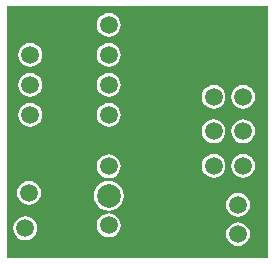
<source format=gbl>
%FSLAX25Y25*%
%MOIN*%
G70*
G01*
G75*
G04 Layer_Physical_Order=2*
G04 Layer_Color=16711680*
%ADD10C,0.07874*%
%ADD11R,0.05315X0.03150*%
%ADD12C,0.03000*%
%ADD13C,0.05906*%
G36*
X187008Y100394D02*
X100000D01*
Y184153D01*
X187008D01*
Y100394D01*
D02*
G37*
%LPC*%
G36*
X134031Y134830D02*
X133000Y134694D01*
X132038Y134296D01*
X131212Y133662D01*
X130579Y132837D01*
X130181Y131875D01*
X130045Y130843D01*
X130181Y129811D01*
X130579Y128850D01*
X131212Y128024D01*
X132038Y127390D01*
X133000Y126992D01*
X134031Y126856D01*
X135063Y126992D01*
X136025Y127390D01*
X136851Y128024D01*
X137484Y128850D01*
X137882Y129811D01*
X138018Y130843D01*
X137882Y131875D01*
X137484Y132837D01*
X136851Y133662D01*
X136025Y134296D01*
X135063Y134694D01*
X134031Y134830D01*
D02*
G37*
G36*
X107500Y125987D02*
X106468Y125851D01*
X105507Y125453D01*
X104681Y124819D01*
X104047Y123993D01*
X103649Y123032D01*
X103513Y122000D01*
X103649Y120968D01*
X104047Y120007D01*
X104681Y119181D01*
X105507Y118547D01*
X106468Y118149D01*
X107500Y118013D01*
X108532Y118149D01*
X109493Y118547D01*
X110319Y119181D01*
X110953Y120007D01*
X111351Y120968D01*
X111487Y122000D01*
X111351Y123032D01*
X110953Y123993D01*
X110319Y124819D01*
X109493Y125453D01*
X108532Y125851D01*
X107500Y125987D01*
D02*
G37*
G36*
X178842Y134987D02*
X177811Y134851D01*
X176849Y134453D01*
X176023Y133819D01*
X175390Y132993D01*
X174992Y132032D01*
X174856Y131000D01*
X174992Y129968D01*
X175390Y129007D01*
X176023Y128181D01*
X176849Y127547D01*
X177811Y127149D01*
X178842Y127013D01*
X179874Y127149D01*
X180836Y127547D01*
X181662Y128181D01*
X182295Y129007D01*
X182694Y129968D01*
X182829Y131000D01*
X182694Y132032D01*
X182295Y132993D01*
X181662Y133819D01*
X180836Y134453D01*
X179874Y134851D01*
X178842Y134987D01*
D02*
G37*
G36*
X169000D02*
X167968Y134851D01*
X167007Y134453D01*
X166181Y133819D01*
X165547Y132993D01*
X165149Y132032D01*
X165013Y131000D01*
X165149Y129968D01*
X165547Y129007D01*
X166181Y128181D01*
X167007Y127547D01*
X167968Y127149D01*
X169000Y127013D01*
X170032Y127149D01*
X170993Y127547D01*
X171819Y128181D01*
X172453Y129007D01*
X172851Y129968D01*
X172987Y131000D01*
X172851Y132032D01*
X172453Y132993D01*
X171819Y133819D01*
X170993Y134453D01*
X170032Y134851D01*
X169000Y134987D01*
D02*
G37*
G36*
X134031Y125980D02*
X132743Y125810D01*
X131542Y125312D01*
X130510Y124521D01*
X129719Y123490D01*
X129222Y122289D01*
X129052Y121000D01*
X129222Y119711D01*
X129719Y118510D01*
X130510Y117479D01*
X131542Y116688D01*
X132743Y116190D01*
X134031Y116020D01*
X135320Y116190D01*
X136521Y116688D01*
X137553Y117479D01*
X138344Y118510D01*
X138841Y119711D01*
X139011Y121000D01*
X138841Y122289D01*
X138344Y123490D01*
X137553Y124521D01*
X136521Y125312D01*
X135320Y125810D01*
X134031Y125980D01*
D02*
G37*
G36*
X106299Y114223D02*
X105267Y114087D01*
X104306Y113689D01*
X103480Y113055D01*
X102847Y112230D01*
X102448Y111268D01*
X102312Y110236D01*
X102448Y109204D01*
X102847Y108243D01*
X103480Y107417D01*
X104306Y106783D01*
X105267Y106385D01*
X106299Y106249D01*
X107331Y106385D01*
X108293Y106783D01*
X109118Y107417D01*
X109752Y108243D01*
X110150Y109204D01*
X110286Y110236D01*
X110150Y111268D01*
X109752Y112230D01*
X109118Y113055D01*
X108293Y113689D01*
X107331Y114087D01*
X106299Y114223D01*
D02*
G37*
G36*
X177165Y112255D02*
X176134Y112119D01*
X175172Y111720D01*
X174346Y111087D01*
X173713Y110261D01*
X173314Y109300D01*
X173179Y108268D01*
X173314Y107236D01*
X173713Y106274D01*
X174346Y105449D01*
X175172Y104815D01*
X176134Y104417D01*
X177165Y104281D01*
X178197Y104417D01*
X179159Y104815D01*
X179984Y105449D01*
X180618Y106274D01*
X181016Y107236D01*
X181152Y108268D01*
X181016Y109300D01*
X180618Y110261D01*
X179984Y111087D01*
X179159Y111720D01*
X178197Y112119D01*
X177165Y112255D01*
D02*
G37*
G36*
Y122097D02*
X176134Y121961D01*
X175172Y121563D01*
X174346Y120929D01*
X173713Y120104D01*
X173314Y119142D01*
X173179Y118110D01*
X173314Y117078D01*
X173713Y116117D01*
X174346Y115291D01*
X175172Y114657D01*
X176134Y114259D01*
X177165Y114123D01*
X178197Y114259D01*
X179159Y114657D01*
X179984Y115291D01*
X180618Y116117D01*
X181016Y117078D01*
X181152Y118110D01*
X181016Y119142D01*
X180618Y120104D01*
X179984Y120929D01*
X179159Y121563D01*
X178197Y121961D01*
X177165Y122097D01*
D02*
G37*
G36*
X134031Y115144D02*
X133000Y115008D01*
X132038Y114610D01*
X131212Y113977D01*
X130579Y113151D01*
X130181Y112189D01*
X130045Y111158D01*
X130181Y110126D01*
X130579Y109164D01*
X131212Y108338D01*
X132038Y107705D01*
X133000Y107307D01*
X134031Y107171D01*
X135063Y107307D01*
X136025Y107705D01*
X136851Y108338D01*
X137484Y109164D01*
X137882Y110126D01*
X138018Y111158D01*
X137882Y112189D01*
X137484Y113151D01*
X136851Y113977D01*
X136025Y114610D01*
X135063Y115008D01*
X134031Y115144D01*
D02*
G37*
G36*
X169000Y146487D02*
X167968Y146351D01*
X167007Y145953D01*
X166181Y145319D01*
X165547Y144493D01*
X165149Y143532D01*
X165013Y142500D01*
X165149Y141468D01*
X165547Y140507D01*
X166181Y139681D01*
X167007Y139047D01*
X167968Y138649D01*
X169000Y138513D01*
X170032Y138649D01*
X170993Y139047D01*
X171819Y139681D01*
X172453Y140507D01*
X172851Y141468D01*
X172987Y142500D01*
X172851Y143532D01*
X172453Y144493D01*
X171819Y145319D01*
X170993Y145953D01*
X170032Y146351D01*
X169000Y146487D01*
D02*
G37*
G36*
X134031Y161987D02*
X133000Y161851D01*
X132038Y161453D01*
X131212Y160819D01*
X130579Y159993D01*
X130181Y159032D01*
X130045Y158000D01*
X130181Y156968D01*
X130579Y156007D01*
X131212Y155181D01*
X132038Y154547D01*
X133000Y154149D01*
X134031Y154013D01*
X135063Y154149D01*
X136025Y154547D01*
X136851Y155181D01*
X137484Y156007D01*
X137882Y156968D01*
X138018Y158000D01*
X137882Y159032D01*
X137484Y159993D01*
X136851Y160819D01*
X136025Y161453D01*
X135063Y161851D01*
X134031Y161987D01*
D02*
G37*
G36*
X107968D02*
X106937Y161851D01*
X105975Y161453D01*
X105149Y160819D01*
X104516Y159993D01*
X104118Y159032D01*
X103982Y158000D01*
X104118Y156968D01*
X104516Y156007D01*
X105149Y155181D01*
X105975Y154547D01*
X106937Y154149D01*
X107968Y154013D01*
X109000Y154149D01*
X109962Y154547D01*
X110788Y155181D01*
X111421Y156007D01*
X111820Y156968D01*
X111955Y158000D01*
X111820Y159032D01*
X111421Y159993D01*
X110788Y160819D01*
X109962Y161453D01*
X109000Y161851D01*
X107968Y161987D01*
D02*
G37*
G36*
Y171987D02*
X106937Y171851D01*
X105975Y171453D01*
X105149Y170819D01*
X104516Y169993D01*
X104118Y169032D01*
X103982Y168000D01*
X104118Y166968D01*
X104516Y166007D01*
X105149Y165181D01*
X105975Y164547D01*
X106937Y164149D01*
X107968Y164013D01*
X109000Y164149D01*
X109962Y164547D01*
X110788Y165181D01*
X111421Y166007D01*
X111820Y166968D01*
X111955Y168000D01*
X111820Y169032D01*
X111421Y169993D01*
X110788Y170819D01*
X109962Y171453D01*
X109000Y171851D01*
X107968Y171987D01*
D02*
G37*
G36*
X134031Y181987D02*
X133000Y181851D01*
X132038Y181453D01*
X131212Y180819D01*
X130579Y179993D01*
X130181Y179032D01*
X130045Y178000D01*
X130181Y176968D01*
X130579Y176007D01*
X131212Y175181D01*
X132038Y174547D01*
X133000Y174149D01*
X134031Y174013D01*
X135063Y174149D01*
X136025Y174547D01*
X136851Y175181D01*
X137484Y176007D01*
X137882Y176968D01*
X138018Y178000D01*
X137882Y179032D01*
X137484Y179993D01*
X136851Y180819D01*
X136025Y181453D01*
X135063Y181851D01*
X134031Y181987D01*
D02*
G37*
G36*
Y171987D02*
X133000Y171851D01*
X132038Y171453D01*
X131212Y170819D01*
X130579Y169993D01*
X130181Y169032D01*
X130045Y168000D01*
X130181Y166968D01*
X130579Y166007D01*
X131212Y165181D01*
X132038Y164547D01*
X133000Y164149D01*
X134031Y164013D01*
X135063Y164149D01*
X136025Y164547D01*
X136851Y165181D01*
X137484Y166007D01*
X137882Y166968D01*
X138018Y168000D01*
X137882Y169032D01*
X137484Y169993D01*
X136851Y170819D01*
X136025Y171453D01*
X135063Y171851D01*
X134031Y171987D01*
D02*
G37*
G36*
X107968Y151987D02*
X106937Y151851D01*
X105975Y151453D01*
X105149Y150819D01*
X104516Y149993D01*
X104118Y149032D01*
X103982Y148000D01*
X104118Y146968D01*
X104516Y146007D01*
X105149Y145181D01*
X105975Y144547D01*
X106937Y144149D01*
X107968Y144013D01*
X109000Y144149D01*
X109962Y144547D01*
X110788Y145181D01*
X111421Y146007D01*
X111820Y146968D01*
X111955Y148000D01*
X111820Y149032D01*
X111421Y149993D01*
X110788Y150819D01*
X109962Y151453D01*
X109000Y151851D01*
X107968Y151987D01*
D02*
G37*
G36*
X178842Y146487D02*
X177811Y146351D01*
X176849Y145953D01*
X176023Y145319D01*
X175390Y144493D01*
X174992Y143532D01*
X174856Y142500D01*
X174992Y141468D01*
X175390Y140507D01*
X176023Y139681D01*
X176849Y139047D01*
X177811Y138649D01*
X178842Y138513D01*
X179874Y138649D01*
X180836Y139047D01*
X181662Y139681D01*
X182295Y140507D01*
X182694Y141468D01*
X182829Y142500D01*
X182694Y143532D01*
X182295Y144493D01*
X181662Y145319D01*
X180836Y145953D01*
X179874Y146351D01*
X178842Y146487D01*
D02*
G37*
G36*
X134031Y151987D02*
X133000Y151851D01*
X132038Y151453D01*
X131212Y150819D01*
X130579Y149993D01*
X130181Y149032D01*
X130045Y148000D01*
X130181Y146968D01*
X130579Y146007D01*
X131212Y145181D01*
X132038Y144547D01*
X133000Y144149D01*
X134031Y144013D01*
X135063Y144149D01*
X136025Y144547D01*
X136851Y145181D01*
X137484Y146007D01*
X137882Y146968D01*
X138018Y148000D01*
X137882Y149032D01*
X137484Y149993D01*
X136851Y150819D01*
X136025Y151453D01*
X135063Y151851D01*
X134031Y151987D01*
D02*
G37*
G36*
X178842Y157987D02*
X177811Y157851D01*
X176849Y157453D01*
X176023Y156819D01*
X175390Y155993D01*
X174992Y155032D01*
X174856Y154000D01*
X174992Y152968D01*
X175390Y152007D01*
X176023Y151181D01*
X176849Y150547D01*
X177811Y150149D01*
X178842Y150013D01*
X179874Y150149D01*
X180836Y150547D01*
X181662Y151181D01*
X182295Y152007D01*
X182694Y152968D01*
X182829Y154000D01*
X182694Y155032D01*
X182295Y155993D01*
X181662Y156819D01*
X180836Y157453D01*
X179874Y157851D01*
X178842Y157987D01*
D02*
G37*
G36*
X169000D02*
X167968Y157851D01*
X167007Y157453D01*
X166181Y156819D01*
X165547Y155993D01*
X165149Y155032D01*
X165013Y154000D01*
X165149Y152968D01*
X165547Y152007D01*
X166181Y151181D01*
X167007Y150547D01*
X167968Y150149D01*
X169000Y150013D01*
X170032Y150149D01*
X170993Y150547D01*
X171819Y151181D01*
X172453Y152007D01*
X172851Y152968D01*
X172987Y154000D01*
X172851Y155032D01*
X172453Y155993D01*
X171819Y156819D01*
X170993Y157453D01*
X170032Y157851D01*
X169000Y157987D01*
D02*
G37*
%LPD*%
D10*
X159157Y154000D02*
D03*
X134031Y121000D02*
D03*
X107968Y178000D02*
D03*
X159157Y142500D02*
D03*
Y131000D02*
D03*
D13*
X106299Y110236D02*
D03*
X177165Y118110D02*
D03*
Y108268D02*
D03*
X106299Y133858D02*
D03*
X134031Y111158D02*
D03*
Y121000D02*
D03*
Y130843D02*
D03*
X107500Y122000D02*
D03*
X159157Y131000D02*
D03*
X169000D02*
D03*
X178842D02*
D03*
X159157Y154000D02*
D03*
X169000D02*
D03*
X178842D02*
D03*
Y142500D02*
D03*
X169000D02*
D03*
X159157D02*
D03*
X107968Y178000D02*
D03*
Y158000D02*
D03*
X134031D02*
D03*
Y168000D02*
D03*
X107968D02*
D03*
X134031Y178000D02*
D03*
X107968Y148000D02*
D03*
X134031D02*
D03*
M02*

</source>
